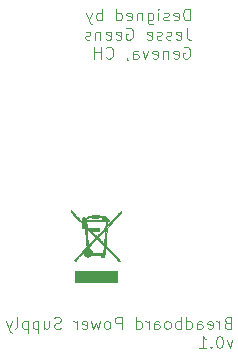
<source format=gbr>
%TF.GenerationSoftware,KiCad,Pcbnew,8.0.9-1.fc41*%
%TF.CreationDate,2025-04-27T16:21:27+02:00*%
%TF.ProjectId,Breadboard-PowerSupply,42726561-6462-46f6-9172-642d506f7765,rev?*%
%TF.SameCoordinates,Original*%
%TF.FileFunction,Legend,Bot*%
%TF.FilePolarity,Positive*%
%FSLAX46Y46*%
G04 Gerber Fmt 4.6, Leading zero omitted, Abs format (unit mm)*
G04 Created by KiCad (PCBNEW 8.0.9-1.fc41) date 2025-04-27 16:21:27*
%MOMM*%
%LPD*%
G01*
G04 APERTURE LIST*
%ADD10C,0.100000*%
%ADD11C,0.010000*%
G04 APERTURE END LIST*
D10*
X70862782Y-103238665D02*
X70719925Y-103286284D01*
X70719925Y-103286284D02*
X70672306Y-103333903D01*
X70672306Y-103333903D02*
X70624687Y-103429141D01*
X70624687Y-103429141D02*
X70624687Y-103571998D01*
X70624687Y-103571998D02*
X70672306Y-103667236D01*
X70672306Y-103667236D02*
X70719925Y-103714856D01*
X70719925Y-103714856D02*
X70815163Y-103762475D01*
X70815163Y-103762475D02*
X71196115Y-103762475D01*
X71196115Y-103762475D02*
X71196115Y-102762475D01*
X71196115Y-102762475D02*
X70862782Y-102762475D01*
X70862782Y-102762475D02*
X70767544Y-102810094D01*
X70767544Y-102810094D02*
X70719925Y-102857713D01*
X70719925Y-102857713D02*
X70672306Y-102952951D01*
X70672306Y-102952951D02*
X70672306Y-103048189D01*
X70672306Y-103048189D02*
X70719925Y-103143427D01*
X70719925Y-103143427D02*
X70767544Y-103191046D01*
X70767544Y-103191046D02*
X70862782Y-103238665D01*
X70862782Y-103238665D02*
X71196115Y-103238665D01*
X70196115Y-103762475D02*
X70196115Y-103095808D01*
X70196115Y-103286284D02*
X70148496Y-103191046D01*
X70148496Y-103191046D02*
X70100877Y-103143427D01*
X70100877Y-103143427D02*
X70005639Y-103095808D01*
X70005639Y-103095808D02*
X69910401Y-103095808D01*
X69196115Y-103714856D02*
X69291353Y-103762475D01*
X69291353Y-103762475D02*
X69481829Y-103762475D01*
X69481829Y-103762475D02*
X69577067Y-103714856D01*
X69577067Y-103714856D02*
X69624686Y-103619617D01*
X69624686Y-103619617D02*
X69624686Y-103238665D01*
X69624686Y-103238665D02*
X69577067Y-103143427D01*
X69577067Y-103143427D02*
X69481829Y-103095808D01*
X69481829Y-103095808D02*
X69291353Y-103095808D01*
X69291353Y-103095808D02*
X69196115Y-103143427D01*
X69196115Y-103143427D02*
X69148496Y-103238665D01*
X69148496Y-103238665D02*
X69148496Y-103333903D01*
X69148496Y-103333903D02*
X69624686Y-103429141D01*
X68291353Y-103762475D02*
X68291353Y-103238665D01*
X68291353Y-103238665D02*
X68338972Y-103143427D01*
X68338972Y-103143427D02*
X68434210Y-103095808D01*
X68434210Y-103095808D02*
X68624686Y-103095808D01*
X68624686Y-103095808D02*
X68719924Y-103143427D01*
X68291353Y-103714856D02*
X68386591Y-103762475D01*
X68386591Y-103762475D02*
X68624686Y-103762475D01*
X68624686Y-103762475D02*
X68719924Y-103714856D01*
X68719924Y-103714856D02*
X68767543Y-103619617D01*
X68767543Y-103619617D02*
X68767543Y-103524379D01*
X68767543Y-103524379D02*
X68719924Y-103429141D01*
X68719924Y-103429141D02*
X68624686Y-103381522D01*
X68624686Y-103381522D02*
X68386591Y-103381522D01*
X68386591Y-103381522D02*
X68291353Y-103333903D01*
X67386591Y-103762475D02*
X67386591Y-102762475D01*
X67386591Y-103714856D02*
X67481829Y-103762475D01*
X67481829Y-103762475D02*
X67672305Y-103762475D01*
X67672305Y-103762475D02*
X67767543Y-103714856D01*
X67767543Y-103714856D02*
X67815162Y-103667236D01*
X67815162Y-103667236D02*
X67862781Y-103571998D01*
X67862781Y-103571998D02*
X67862781Y-103286284D01*
X67862781Y-103286284D02*
X67815162Y-103191046D01*
X67815162Y-103191046D02*
X67767543Y-103143427D01*
X67767543Y-103143427D02*
X67672305Y-103095808D01*
X67672305Y-103095808D02*
X67481829Y-103095808D01*
X67481829Y-103095808D02*
X67386591Y-103143427D01*
X66910400Y-103762475D02*
X66910400Y-102762475D01*
X66910400Y-103143427D02*
X66815162Y-103095808D01*
X66815162Y-103095808D02*
X66624686Y-103095808D01*
X66624686Y-103095808D02*
X66529448Y-103143427D01*
X66529448Y-103143427D02*
X66481829Y-103191046D01*
X66481829Y-103191046D02*
X66434210Y-103286284D01*
X66434210Y-103286284D02*
X66434210Y-103571998D01*
X66434210Y-103571998D02*
X66481829Y-103667236D01*
X66481829Y-103667236D02*
X66529448Y-103714856D01*
X66529448Y-103714856D02*
X66624686Y-103762475D01*
X66624686Y-103762475D02*
X66815162Y-103762475D01*
X66815162Y-103762475D02*
X66910400Y-103714856D01*
X65862781Y-103762475D02*
X65958019Y-103714856D01*
X65958019Y-103714856D02*
X66005638Y-103667236D01*
X66005638Y-103667236D02*
X66053257Y-103571998D01*
X66053257Y-103571998D02*
X66053257Y-103286284D01*
X66053257Y-103286284D02*
X66005638Y-103191046D01*
X66005638Y-103191046D02*
X65958019Y-103143427D01*
X65958019Y-103143427D02*
X65862781Y-103095808D01*
X65862781Y-103095808D02*
X65719924Y-103095808D01*
X65719924Y-103095808D02*
X65624686Y-103143427D01*
X65624686Y-103143427D02*
X65577067Y-103191046D01*
X65577067Y-103191046D02*
X65529448Y-103286284D01*
X65529448Y-103286284D02*
X65529448Y-103571998D01*
X65529448Y-103571998D02*
X65577067Y-103667236D01*
X65577067Y-103667236D02*
X65624686Y-103714856D01*
X65624686Y-103714856D02*
X65719924Y-103762475D01*
X65719924Y-103762475D02*
X65862781Y-103762475D01*
X64672305Y-103762475D02*
X64672305Y-103238665D01*
X64672305Y-103238665D02*
X64719924Y-103143427D01*
X64719924Y-103143427D02*
X64815162Y-103095808D01*
X64815162Y-103095808D02*
X65005638Y-103095808D01*
X65005638Y-103095808D02*
X65100876Y-103143427D01*
X64672305Y-103714856D02*
X64767543Y-103762475D01*
X64767543Y-103762475D02*
X65005638Y-103762475D01*
X65005638Y-103762475D02*
X65100876Y-103714856D01*
X65100876Y-103714856D02*
X65148495Y-103619617D01*
X65148495Y-103619617D02*
X65148495Y-103524379D01*
X65148495Y-103524379D02*
X65100876Y-103429141D01*
X65100876Y-103429141D02*
X65005638Y-103381522D01*
X65005638Y-103381522D02*
X64767543Y-103381522D01*
X64767543Y-103381522D02*
X64672305Y-103333903D01*
X64196114Y-103762475D02*
X64196114Y-103095808D01*
X64196114Y-103286284D02*
X64148495Y-103191046D01*
X64148495Y-103191046D02*
X64100876Y-103143427D01*
X64100876Y-103143427D02*
X64005638Y-103095808D01*
X64005638Y-103095808D02*
X63910400Y-103095808D01*
X63148495Y-103762475D02*
X63148495Y-102762475D01*
X63148495Y-103714856D02*
X63243733Y-103762475D01*
X63243733Y-103762475D02*
X63434209Y-103762475D01*
X63434209Y-103762475D02*
X63529447Y-103714856D01*
X63529447Y-103714856D02*
X63577066Y-103667236D01*
X63577066Y-103667236D02*
X63624685Y-103571998D01*
X63624685Y-103571998D02*
X63624685Y-103286284D01*
X63624685Y-103286284D02*
X63577066Y-103191046D01*
X63577066Y-103191046D02*
X63529447Y-103143427D01*
X63529447Y-103143427D02*
X63434209Y-103095808D01*
X63434209Y-103095808D02*
X63243733Y-103095808D01*
X63243733Y-103095808D02*
X63148495Y-103143427D01*
X61910399Y-103762475D02*
X61910399Y-102762475D01*
X61910399Y-102762475D02*
X61529447Y-102762475D01*
X61529447Y-102762475D02*
X61434209Y-102810094D01*
X61434209Y-102810094D02*
X61386590Y-102857713D01*
X61386590Y-102857713D02*
X61338971Y-102952951D01*
X61338971Y-102952951D02*
X61338971Y-103095808D01*
X61338971Y-103095808D02*
X61386590Y-103191046D01*
X61386590Y-103191046D02*
X61434209Y-103238665D01*
X61434209Y-103238665D02*
X61529447Y-103286284D01*
X61529447Y-103286284D02*
X61910399Y-103286284D01*
X60767542Y-103762475D02*
X60862780Y-103714856D01*
X60862780Y-103714856D02*
X60910399Y-103667236D01*
X60910399Y-103667236D02*
X60958018Y-103571998D01*
X60958018Y-103571998D02*
X60958018Y-103286284D01*
X60958018Y-103286284D02*
X60910399Y-103191046D01*
X60910399Y-103191046D02*
X60862780Y-103143427D01*
X60862780Y-103143427D02*
X60767542Y-103095808D01*
X60767542Y-103095808D02*
X60624685Y-103095808D01*
X60624685Y-103095808D02*
X60529447Y-103143427D01*
X60529447Y-103143427D02*
X60481828Y-103191046D01*
X60481828Y-103191046D02*
X60434209Y-103286284D01*
X60434209Y-103286284D02*
X60434209Y-103571998D01*
X60434209Y-103571998D02*
X60481828Y-103667236D01*
X60481828Y-103667236D02*
X60529447Y-103714856D01*
X60529447Y-103714856D02*
X60624685Y-103762475D01*
X60624685Y-103762475D02*
X60767542Y-103762475D01*
X60100875Y-103095808D02*
X59910399Y-103762475D01*
X59910399Y-103762475D02*
X59719923Y-103286284D01*
X59719923Y-103286284D02*
X59529447Y-103762475D01*
X59529447Y-103762475D02*
X59338971Y-103095808D01*
X58577066Y-103714856D02*
X58672304Y-103762475D01*
X58672304Y-103762475D02*
X58862780Y-103762475D01*
X58862780Y-103762475D02*
X58958018Y-103714856D01*
X58958018Y-103714856D02*
X59005637Y-103619617D01*
X59005637Y-103619617D02*
X59005637Y-103238665D01*
X59005637Y-103238665D02*
X58958018Y-103143427D01*
X58958018Y-103143427D02*
X58862780Y-103095808D01*
X58862780Y-103095808D02*
X58672304Y-103095808D01*
X58672304Y-103095808D02*
X58577066Y-103143427D01*
X58577066Y-103143427D02*
X58529447Y-103238665D01*
X58529447Y-103238665D02*
X58529447Y-103333903D01*
X58529447Y-103333903D02*
X59005637Y-103429141D01*
X58100875Y-103762475D02*
X58100875Y-103095808D01*
X58100875Y-103286284D02*
X58053256Y-103191046D01*
X58053256Y-103191046D02*
X58005637Y-103143427D01*
X58005637Y-103143427D02*
X57910399Y-103095808D01*
X57910399Y-103095808D02*
X57815161Y-103095808D01*
X56767541Y-103714856D02*
X56624684Y-103762475D01*
X56624684Y-103762475D02*
X56386589Y-103762475D01*
X56386589Y-103762475D02*
X56291351Y-103714856D01*
X56291351Y-103714856D02*
X56243732Y-103667236D01*
X56243732Y-103667236D02*
X56196113Y-103571998D01*
X56196113Y-103571998D02*
X56196113Y-103476760D01*
X56196113Y-103476760D02*
X56243732Y-103381522D01*
X56243732Y-103381522D02*
X56291351Y-103333903D01*
X56291351Y-103333903D02*
X56386589Y-103286284D01*
X56386589Y-103286284D02*
X56577065Y-103238665D01*
X56577065Y-103238665D02*
X56672303Y-103191046D01*
X56672303Y-103191046D02*
X56719922Y-103143427D01*
X56719922Y-103143427D02*
X56767541Y-103048189D01*
X56767541Y-103048189D02*
X56767541Y-102952951D01*
X56767541Y-102952951D02*
X56719922Y-102857713D01*
X56719922Y-102857713D02*
X56672303Y-102810094D01*
X56672303Y-102810094D02*
X56577065Y-102762475D01*
X56577065Y-102762475D02*
X56338970Y-102762475D01*
X56338970Y-102762475D02*
X56196113Y-102810094D01*
X55338970Y-103095808D02*
X55338970Y-103762475D01*
X55767541Y-103095808D02*
X55767541Y-103619617D01*
X55767541Y-103619617D02*
X55719922Y-103714856D01*
X55719922Y-103714856D02*
X55624684Y-103762475D01*
X55624684Y-103762475D02*
X55481827Y-103762475D01*
X55481827Y-103762475D02*
X55386589Y-103714856D01*
X55386589Y-103714856D02*
X55338970Y-103667236D01*
X54862779Y-103095808D02*
X54862779Y-104095808D01*
X54862779Y-103143427D02*
X54767541Y-103095808D01*
X54767541Y-103095808D02*
X54577065Y-103095808D01*
X54577065Y-103095808D02*
X54481827Y-103143427D01*
X54481827Y-103143427D02*
X54434208Y-103191046D01*
X54434208Y-103191046D02*
X54386589Y-103286284D01*
X54386589Y-103286284D02*
X54386589Y-103571998D01*
X54386589Y-103571998D02*
X54434208Y-103667236D01*
X54434208Y-103667236D02*
X54481827Y-103714856D01*
X54481827Y-103714856D02*
X54577065Y-103762475D01*
X54577065Y-103762475D02*
X54767541Y-103762475D01*
X54767541Y-103762475D02*
X54862779Y-103714856D01*
X53958017Y-103095808D02*
X53958017Y-104095808D01*
X53958017Y-103143427D02*
X53862779Y-103095808D01*
X53862779Y-103095808D02*
X53672303Y-103095808D01*
X53672303Y-103095808D02*
X53577065Y-103143427D01*
X53577065Y-103143427D02*
X53529446Y-103191046D01*
X53529446Y-103191046D02*
X53481827Y-103286284D01*
X53481827Y-103286284D02*
X53481827Y-103571998D01*
X53481827Y-103571998D02*
X53529446Y-103667236D01*
X53529446Y-103667236D02*
X53577065Y-103714856D01*
X53577065Y-103714856D02*
X53672303Y-103762475D01*
X53672303Y-103762475D02*
X53862779Y-103762475D01*
X53862779Y-103762475D02*
X53958017Y-103714856D01*
X52910398Y-103762475D02*
X53005636Y-103714856D01*
X53005636Y-103714856D02*
X53053255Y-103619617D01*
X53053255Y-103619617D02*
X53053255Y-102762475D01*
X52624683Y-103095808D02*
X52386588Y-103762475D01*
X52148493Y-103095808D02*
X52386588Y-103762475D01*
X52386588Y-103762475D02*
X52481826Y-104000570D01*
X52481826Y-104000570D02*
X52529445Y-104048189D01*
X52529445Y-104048189D02*
X52624683Y-104095808D01*
X71291353Y-104705752D02*
X71053258Y-105372419D01*
X71053258Y-105372419D02*
X70815163Y-104705752D01*
X70243734Y-104372419D02*
X70148496Y-104372419D01*
X70148496Y-104372419D02*
X70053258Y-104420038D01*
X70053258Y-104420038D02*
X70005639Y-104467657D01*
X70005639Y-104467657D02*
X69958020Y-104562895D01*
X69958020Y-104562895D02*
X69910401Y-104753371D01*
X69910401Y-104753371D02*
X69910401Y-104991466D01*
X69910401Y-104991466D02*
X69958020Y-105181942D01*
X69958020Y-105181942D02*
X70005639Y-105277180D01*
X70005639Y-105277180D02*
X70053258Y-105324800D01*
X70053258Y-105324800D02*
X70148496Y-105372419D01*
X70148496Y-105372419D02*
X70243734Y-105372419D01*
X70243734Y-105372419D02*
X70338972Y-105324800D01*
X70338972Y-105324800D02*
X70386591Y-105277180D01*
X70386591Y-105277180D02*
X70434210Y-105181942D01*
X70434210Y-105181942D02*
X70481829Y-104991466D01*
X70481829Y-104991466D02*
X70481829Y-104753371D01*
X70481829Y-104753371D02*
X70434210Y-104562895D01*
X70434210Y-104562895D02*
X70386591Y-104467657D01*
X70386591Y-104467657D02*
X70338972Y-104420038D01*
X70338972Y-104420038D02*
X70243734Y-104372419D01*
X69481829Y-105277180D02*
X69434210Y-105324800D01*
X69434210Y-105324800D02*
X69481829Y-105372419D01*
X69481829Y-105372419D02*
X69529448Y-105324800D01*
X69529448Y-105324800D02*
X69481829Y-105277180D01*
X69481829Y-105277180D02*
X69481829Y-105372419D01*
X68481830Y-105372419D02*
X69053258Y-105372419D01*
X68767544Y-105372419D02*
X68767544Y-104372419D01*
X68767544Y-104372419D02*
X68862782Y-104515276D01*
X68862782Y-104515276D02*
X68958020Y-104610514D01*
X68958020Y-104610514D02*
X69053258Y-104658133D01*
X67696115Y-77652531D02*
X67696115Y-76652531D01*
X67696115Y-76652531D02*
X67458020Y-76652531D01*
X67458020Y-76652531D02*
X67315163Y-76700150D01*
X67315163Y-76700150D02*
X67219925Y-76795388D01*
X67219925Y-76795388D02*
X67172306Y-76890626D01*
X67172306Y-76890626D02*
X67124687Y-77081102D01*
X67124687Y-77081102D02*
X67124687Y-77223959D01*
X67124687Y-77223959D02*
X67172306Y-77414435D01*
X67172306Y-77414435D02*
X67219925Y-77509673D01*
X67219925Y-77509673D02*
X67315163Y-77604912D01*
X67315163Y-77604912D02*
X67458020Y-77652531D01*
X67458020Y-77652531D02*
X67696115Y-77652531D01*
X66315163Y-77604912D02*
X66410401Y-77652531D01*
X66410401Y-77652531D02*
X66600877Y-77652531D01*
X66600877Y-77652531D02*
X66696115Y-77604912D01*
X66696115Y-77604912D02*
X66743734Y-77509673D01*
X66743734Y-77509673D02*
X66743734Y-77128721D01*
X66743734Y-77128721D02*
X66696115Y-77033483D01*
X66696115Y-77033483D02*
X66600877Y-76985864D01*
X66600877Y-76985864D02*
X66410401Y-76985864D01*
X66410401Y-76985864D02*
X66315163Y-77033483D01*
X66315163Y-77033483D02*
X66267544Y-77128721D01*
X66267544Y-77128721D02*
X66267544Y-77223959D01*
X66267544Y-77223959D02*
X66743734Y-77319197D01*
X65886591Y-77604912D02*
X65791353Y-77652531D01*
X65791353Y-77652531D02*
X65600877Y-77652531D01*
X65600877Y-77652531D02*
X65505639Y-77604912D01*
X65505639Y-77604912D02*
X65458020Y-77509673D01*
X65458020Y-77509673D02*
X65458020Y-77462054D01*
X65458020Y-77462054D02*
X65505639Y-77366816D01*
X65505639Y-77366816D02*
X65600877Y-77319197D01*
X65600877Y-77319197D02*
X65743734Y-77319197D01*
X65743734Y-77319197D02*
X65838972Y-77271578D01*
X65838972Y-77271578D02*
X65886591Y-77176340D01*
X65886591Y-77176340D02*
X65886591Y-77128721D01*
X65886591Y-77128721D02*
X65838972Y-77033483D01*
X65838972Y-77033483D02*
X65743734Y-76985864D01*
X65743734Y-76985864D02*
X65600877Y-76985864D01*
X65600877Y-76985864D02*
X65505639Y-77033483D01*
X65029448Y-77652531D02*
X65029448Y-76985864D01*
X65029448Y-76652531D02*
X65077067Y-76700150D01*
X65077067Y-76700150D02*
X65029448Y-76747769D01*
X65029448Y-76747769D02*
X64981829Y-76700150D01*
X64981829Y-76700150D02*
X65029448Y-76652531D01*
X65029448Y-76652531D02*
X65029448Y-76747769D01*
X64124687Y-76985864D02*
X64124687Y-77795388D01*
X64124687Y-77795388D02*
X64172306Y-77890626D01*
X64172306Y-77890626D02*
X64219925Y-77938245D01*
X64219925Y-77938245D02*
X64315163Y-77985864D01*
X64315163Y-77985864D02*
X64458020Y-77985864D01*
X64458020Y-77985864D02*
X64553258Y-77938245D01*
X64124687Y-77604912D02*
X64219925Y-77652531D01*
X64219925Y-77652531D02*
X64410401Y-77652531D01*
X64410401Y-77652531D02*
X64505639Y-77604912D01*
X64505639Y-77604912D02*
X64553258Y-77557292D01*
X64553258Y-77557292D02*
X64600877Y-77462054D01*
X64600877Y-77462054D02*
X64600877Y-77176340D01*
X64600877Y-77176340D02*
X64553258Y-77081102D01*
X64553258Y-77081102D02*
X64505639Y-77033483D01*
X64505639Y-77033483D02*
X64410401Y-76985864D01*
X64410401Y-76985864D02*
X64219925Y-76985864D01*
X64219925Y-76985864D02*
X64124687Y-77033483D01*
X63648496Y-76985864D02*
X63648496Y-77652531D01*
X63648496Y-77081102D02*
X63600877Y-77033483D01*
X63600877Y-77033483D02*
X63505639Y-76985864D01*
X63505639Y-76985864D02*
X63362782Y-76985864D01*
X63362782Y-76985864D02*
X63267544Y-77033483D01*
X63267544Y-77033483D02*
X63219925Y-77128721D01*
X63219925Y-77128721D02*
X63219925Y-77652531D01*
X62362782Y-77604912D02*
X62458020Y-77652531D01*
X62458020Y-77652531D02*
X62648496Y-77652531D01*
X62648496Y-77652531D02*
X62743734Y-77604912D01*
X62743734Y-77604912D02*
X62791353Y-77509673D01*
X62791353Y-77509673D02*
X62791353Y-77128721D01*
X62791353Y-77128721D02*
X62743734Y-77033483D01*
X62743734Y-77033483D02*
X62648496Y-76985864D01*
X62648496Y-76985864D02*
X62458020Y-76985864D01*
X62458020Y-76985864D02*
X62362782Y-77033483D01*
X62362782Y-77033483D02*
X62315163Y-77128721D01*
X62315163Y-77128721D02*
X62315163Y-77223959D01*
X62315163Y-77223959D02*
X62791353Y-77319197D01*
X61458020Y-77652531D02*
X61458020Y-76652531D01*
X61458020Y-77604912D02*
X61553258Y-77652531D01*
X61553258Y-77652531D02*
X61743734Y-77652531D01*
X61743734Y-77652531D02*
X61838972Y-77604912D01*
X61838972Y-77604912D02*
X61886591Y-77557292D01*
X61886591Y-77557292D02*
X61934210Y-77462054D01*
X61934210Y-77462054D02*
X61934210Y-77176340D01*
X61934210Y-77176340D02*
X61886591Y-77081102D01*
X61886591Y-77081102D02*
X61838972Y-77033483D01*
X61838972Y-77033483D02*
X61743734Y-76985864D01*
X61743734Y-76985864D02*
X61553258Y-76985864D01*
X61553258Y-76985864D02*
X61458020Y-77033483D01*
X60219924Y-77652531D02*
X60219924Y-76652531D01*
X60219924Y-77033483D02*
X60124686Y-76985864D01*
X60124686Y-76985864D02*
X59934210Y-76985864D01*
X59934210Y-76985864D02*
X59838972Y-77033483D01*
X59838972Y-77033483D02*
X59791353Y-77081102D01*
X59791353Y-77081102D02*
X59743734Y-77176340D01*
X59743734Y-77176340D02*
X59743734Y-77462054D01*
X59743734Y-77462054D02*
X59791353Y-77557292D01*
X59791353Y-77557292D02*
X59838972Y-77604912D01*
X59838972Y-77604912D02*
X59934210Y-77652531D01*
X59934210Y-77652531D02*
X60124686Y-77652531D01*
X60124686Y-77652531D02*
X60219924Y-77604912D01*
X59410400Y-76985864D02*
X59172305Y-77652531D01*
X58934210Y-76985864D02*
X59172305Y-77652531D01*
X59172305Y-77652531D02*
X59267543Y-77890626D01*
X59267543Y-77890626D02*
X59315162Y-77938245D01*
X59315162Y-77938245D02*
X59410400Y-77985864D01*
X67410401Y-78262475D02*
X67410401Y-78976760D01*
X67410401Y-78976760D02*
X67458020Y-79119617D01*
X67458020Y-79119617D02*
X67553258Y-79214856D01*
X67553258Y-79214856D02*
X67696115Y-79262475D01*
X67696115Y-79262475D02*
X67791353Y-79262475D01*
X66553258Y-79214856D02*
X66648496Y-79262475D01*
X66648496Y-79262475D02*
X66838972Y-79262475D01*
X66838972Y-79262475D02*
X66934210Y-79214856D01*
X66934210Y-79214856D02*
X66981829Y-79119617D01*
X66981829Y-79119617D02*
X66981829Y-78738665D01*
X66981829Y-78738665D02*
X66934210Y-78643427D01*
X66934210Y-78643427D02*
X66838972Y-78595808D01*
X66838972Y-78595808D02*
X66648496Y-78595808D01*
X66648496Y-78595808D02*
X66553258Y-78643427D01*
X66553258Y-78643427D02*
X66505639Y-78738665D01*
X66505639Y-78738665D02*
X66505639Y-78833903D01*
X66505639Y-78833903D02*
X66981829Y-78929141D01*
X66124686Y-79214856D02*
X66029448Y-79262475D01*
X66029448Y-79262475D02*
X65838972Y-79262475D01*
X65838972Y-79262475D02*
X65743734Y-79214856D01*
X65743734Y-79214856D02*
X65696115Y-79119617D01*
X65696115Y-79119617D02*
X65696115Y-79071998D01*
X65696115Y-79071998D02*
X65743734Y-78976760D01*
X65743734Y-78976760D02*
X65838972Y-78929141D01*
X65838972Y-78929141D02*
X65981829Y-78929141D01*
X65981829Y-78929141D02*
X66077067Y-78881522D01*
X66077067Y-78881522D02*
X66124686Y-78786284D01*
X66124686Y-78786284D02*
X66124686Y-78738665D01*
X66124686Y-78738665D02*
X66077067Y-78643427D01*
X66077067Y-78643427D02*
X65981829Y-78595808D01*
X65981829Y-78595808D02*
X65838972Y-78595808D01*
X65838972Y-78595808D02*
X65743734Y-78643427D01*
X65315162Y-79214856D02*
X65219924Y-79262475D01*
X65219924Y-79262475D02*
X65029448Y-79262475D01*
X65029448Y-79262475D02*
X64934210Y-79214856D01*
X64934210Y-79214856D02*
X64886591Y-79119617D01*
X64886591Y-79119617D02*
X64886591Y-79071998D01*
X64886591Y-79071998D02*
X64934210Y-78976760D01*
X64934210Y-78976760D02*
X65029448Y-78929141D01*
X65029448Y-78929141D02*
X65172305Y-78929141D01*
X65172305Y-78929141D02*
X65267543Y-78881522D01*
X65267543Y-78881522D02*
X65315162Y-78786284D01*
X65315162Y-78786284D02*
X65315162Y-78738665D01*
X65315162Y-78738665D02*
X65267543Y-78643427D01*
X65267543Y-78643427D02*
X65172305Y-78595808D01*
X65172305Y-78595808D02*
X65029448Y-78595808D01*
X65029448Y-78595808D02*
X64934210Y-78643427D01*
X64077067Y-79214856D02*
X64172305Y-79262475D01*
X64172305Y-79262475D02*
X64362781Y-79262475D01*
X64362781Y-79262475D02*
X64458019Y-79214856D01*
X64458019Y-79214856D02*
X64505638Y-79119617D01*
X64505638Y-79119617D02*
X64505638Y-78738665D01*
X64505638Y-78738665D02*
X64458019Y-78643427D01*
X64458019Y-78643427D02*
X64362781Y-78595808D01*
X64362781Y-78595808D02*
X64172305Y-78595808D01*
X64172305Y-78595808D02*
X64077067Y-78643427D01*
X64077067Y-78643427D02*
X64029448Y-78738665D01*
X64029448Y-78738665D02*
X64029448Y-78833903D01*
X64029448Y-78833903D02*
X64505638Y-78929141D01*
X62315162Y-78310094D02*
X62410400Y-78262475D01*
X62410400Y-78262475D02*
X62553257Y-78262475D01*
X62553257Y-78262475D02*
X62696114Y-78310094D01*
X62696114Y-78310094D02*
X62791352Y-78405332D01*
X62791352Y-78405332D02*
X62838971Y-78500570D01*
X62838971Y-78500570D02*
X62886590Y-78691046D01*
X62886590Y-78691046D02*
X62886590Y-78833903D01*
X62886590Y-78833903D02*
X62838971Y-79024379D01*
X62838971Y-79024379D02*
X62791352Y-79119617D01*
X62791352Y-79119617D02*
X62696114Y-79214856D01*
X62696114Y-79214856D02*
X62553257Y-79262475D01*
X62553257Y-79262475D02*
X62458019Y-79262475D01*
X62458019Y-79262475D02*
X62315162Y-79214856D01*
X62315162Y-79214856D02*
X62267543Y-79167236D01*
X62267543Y-79167236D02*
X62267543Y-78833903D01*
X62267543Y-78833903D02*
X62458019Y-78833903D01*
X61458019Y-79214856D02*
X61553257Y-79262475D01*
X61553257Y-79262475D02*
X61743733Y-79262475D01*
X61743733Y-79262475D02*
X61838971Y-79214856D01*
X61838971Y-79214856D02*
X61886590Y-79119617D01*
X61886590Y-79119617D02*
X61886590Y-78738665D01*
X61886590Y-78738665D02*
X61838971Y-78643427D01*
X61838971Y-78643427D02*
X61743733Y-78595808D01*
X61743733Y-78595808D02*
X61553257Y-78595808D01*
X61553257Y-78595808D02*
X61458019Y-78643427D01*
X61458019Y-78643427D02*
X61410400Y-78738665D01*
X61410400Y-78738665D02*
X61410400Y-78833903D01*
X61410400Y-78833903D02*
X61886590Y-78929141D01*
X60600876Y-79214856D02*
X60696114Y-79262475D01*
X60696114Y-79262475D02*
X60886590Y-79262475D01*
X60886590Y-79262475D02*
X60981828Y-79214856D01*
X60981828Y-79214856D02*
X61029447Y-79119617D01*
X61029447Y-79119617D02*
X61029447Y-78738665D01*
X61029447Y-78738665D02*
X60981828Y-78643427D01*
X60981828Y-78643427D02*
X60886590Y-78595808D01*
X60886590Y-78595808D02*
X60696114Y-78595808D01*
X60696114Y-78595808D02*
X60600876Y-78643427D01*
X60600876Y-78643427D02*
X60553257Y-78738665D01*
X60553257Y-78738665D02*
X60553257Y-78833903D01*
X60553257Y-78833903D02*
X61029447Y-78929141D01*
X60124685Y-78595808D02*
X60124685Y-79262475D01*
X60124685Y-78691046D02*
X60077066Y-78643427D01*
X60077066Y-78643427D02*
X59981828Y-78595808D01*
X59981828Y-78595808D02*
X59838971Y-78595808D01*
X59838971Y-78595808D02*
X59743733Y-78643427D01*
X59743733Y-78643427D02*
X59696114Y-78738665D01*
X59696114Y-78738665D02*
X59696114Y-79262475D01*
X59267542Y-79214856D02*
X59172304Y-79262475D01*
X59172304Y-79262475D02*
X58981828Y-79262475D01*
X58981828Y-79262475D02*
X58886590Y-79214856D01*
X58886590Y-79214856D02*
X58838971Y-79119617D01*
X58838971Y-79119617D02*
X58838971Y-79071998D01*
X58838971Y-79071998D02*
X58886590Y-78976760D01*
X58886590Y-78976760D02*
X58981828Y-78929141D01*
X58981828Y-78929141D02*
X59124685Y-78929141D01*
X59124685Y-78929141D02*
X59219923Y-78881522D01*
X59219923Y-78881522D02*
X59267542Y-78786284D01*
X59267542Y-78786284D02*
X59267542Y-78738665D01*
X59267542Y-78738665D02*
X59219923Y-78643427D01*
X59219923Y-78643427D02*
X59124685Y-78595808D01*
X59124685Y-78595808D02*
X58981828Y-78595808D01*
X58981828Y-78595808D02*
X58886590Y-78643427D01*
X67172306Y-79920038D02*
X67267544Y-79872419D01*
X67267544Y-79872419D02*
X67410401Y-79872419D01*
X67410401Y-79872419D02*
X67553258Y-79920038D01*
X67553258Y-79920038D02*
X67648496Y-80015276D01*
X67648496Y-80015276D02*
X67696115Y-80110514D01*
X67696115Y-80110514D02*
X67743734Y-80300990D01*
X67743734Y-80300990D02*
X67743734Y-80443847D01*
X67743734Y-80443847D02*
X67696115Y-80634323D01*
X67696115Y-80634323D02*
X67648496Y-80729561D01*
X67648496Y-80729561D02*
X67553258Y-80824800D01*
X67553258Y-80824800D02*
X67410401Y-80872419D01*
X67410401Y-80872419D02*
X67315163Y-80872419D01*
X67315163Y-80872419D02*
X67172306Y-80824800D01*
X67172306Y-80824800D02*
X67124687Y-80777180D01*
X67124687Y-80777180D02*
X67124687Y-80443847D01*
X67124687Y-80443847D02*
X67315163Y-80443847D01*
X66315163Y-80824800D02*
X66410401Y-80872419D01*
X66410401Y-80872419D02*
X66600877Y-80872419D01*
X66600877Y-80872419D02*
X66696115Y-80824800D01*
X66696115Y-80824800D02*
X66743734Y-80729561D01*
X66743734Y-80729561D02*
X66743734Y-80348609D01*
X66743734Y-80348609D02*
X66696115Y-80253371D01*
X66696115Y-80253371D02*
X66600877Y-80205752D01*
X66600877Y-80205752D02*
X66410401Y-80205752D01*
X66410401Y-80205752D02*
X66315163Y-80253371D01*
X66315163Y-80253371D02*
X66267544Y-80348609D01*
X66267544Y-80348609D02*
X66267544Y-80443847D01*
X66267544Y-80443847D02*
X66743734Y-80539085D01*
X65838972Y-80205752D02*
X65838972Y-80872419D01*
X65838972Y-80300990D02*
X65791353Y-80253371D01*
X65791353Y-80253371D02*
X65696115Y-80205752D01*
X65696115Y-80205752D02*
X65553258Y-80205752D01*
X65553258Y-80205752D02*
X65458020Y-80253371D01*
X65458020Y-80253371D02*
X65410401Y-80348609D01*
X65410401Y-80348609D02*
X65410401Y-80872419D01*
X64553258Y-80824800D02*
X64648496Y-80872419D01*
X64648496Y-80872419D02*
X64838972Y-80872419D01*
X64838972Y-80872419D02*
X64934210Y-80824800D01*
X64934210Y-80824800D02*
X64981829Y-80729561D01*
X64981829Y-80729561D02*
X64981829Y-80348609D01*
X64981829Y-80348609D02*
X64934210Y-80253371D01*
X64934210Y-80253371D02*
X64838972Y-80205752D01*
X64838972Y-80205752D02*
X64648496Y-80205752D01*
X64648496Y-80205752D02*
X64553258Y-80253371D01*
X64553258Y-80253371D02*
X64505639Y-80348609D01*
X64505639Y-80348609D02*
X64505639Y-80443847D01*
X64505639Y-80443847D02*
X64981829Y-80539085D01*
X64172305Y-80205752D02*
X63934210Y-80872419D01*
X63934210Y-80872419D02*
X63696115Y-80205752D01*
X62886591Y-80872419D02*
X62886591Y-80348609D01*
X62886591Y-80348609D02*
X62934210Y-80253371D01*
X62934210Y-80253371D02*
X63029448Y-80205752D01*
X63029448Y-80205752D02*
X63219924Y-80205752D01*
X63219924Y-80205752D02*
X63315162Y-80253371D01*
X62886591Y-80824800D02*
X62981829Y-80872419D01*
X62981829Y-80872419D02*
X63219924Y-80872419D01*
X63219924Y-80872419D02*
X63315162Y-80824800D01*
X63315162Y-80824800D02*
X63362781Y-80729561D01*
X63362781Y-80729561D02*
X63362781Y-80634323D01*
X63362781Y-80634323D02*
X63315162Y-80539085D01*
X63315162Y-80539085D02*
X63219924Y-80491466D01*
X63219924Y-80491466D02*
X62981829Y-80491466D01*
X62981829Y-80491466D02*
X62886591Y-80443847D01*
X62362781Y-80824800D02*
X62362781Y-80872419D01*
X62362781Y-80872419D02*
X62410400Y-80967657D01*
X62410400Y-80967657D02*
X62458019Y-81015276D01*
X60600877Y-80777180D02*
X60648496Y-80824800D01*
X60648496Y-80824800D02*
X60791353Y-80872419D01*
X60791353Y-80872419D02*
X60886591Y-80872419D01*
X60886591Y-80872419D02*
X61029448Y-80824800D01*
X61029448Y-80824800D02*
X61124686Y-80729561D01*
X61124686Y-80729561D02*
X61172305Y-80634323D01*
X61172305Y-80634323D02*
X61219924Y-80443847D01*
X61219924Y-80443847D02*
X61219924Y-80300990D01*
X61219924Y-80300990D02*
X61172305Y-80110514D01*
X61172305Y-80110514D02*
X61124686Y-80015276D01*
X61124686Y-80015276D02*
X61029448Y-79920038D01*
X61029448Y-79920038D02*
X60886591Y-79872419D01*
X60886591Y-79872419D02*
X60791353Y-79872419D01*
X60791353Y-79872419D02*
X60648496Y-79920038D01*
X60648496Y-79920038D02*
X60600877Y-79967657D01*
X60172305Y-80872419D02*
X60172305Y-79872419D01*
X60172305Y-80348609D02*
X59600877Y-80348609D01*
X59600877Y-80872419D02*
X59600877Y-79872419D01*
D11*
%TO.C,REF\u002A\u002A*%
X61522971Y-99767822D02*
X58002178Y-99767822D01*
X58002178Y-98900198D01*
X61522971Y-98900198D01*
X61522971Y-99767822D01*
G36*
X61522971Y-99767822D02*
G01*
X58002178Y-99767822D01*
X58002178Y-98900198D01*
X61522971Y-98900198D01*
X61522971Y-99767822D01*
G37*
X60491894Y-94225718D02*
X60492388Y-94238668D01*
X60498819Y-94260411D01*
X60517123Y-94278851D01*
X60552830Y-94300801D01*
X60584174Y-94320854D01*
X60631893Y-94359356D01*
X60675138Y-94402579D01*
X60708219Y-94444627D01*
X60725442Y-94479604D01*
X60729662Y-94493081D01*
X60737480Y-94502334D01*
X60740116Y-94505454D01*
X60761662Y-94510696D01*
X60801314Y-94511782D01*
X60869109Y-94511782D01*
X60869109Y-94624951D01*
X60709577Y-94624951D01*
X60694682Y-94802732D01*
X60692682Y-94827037D01*
X60688023Y-94887880D01*
X60684731Y-94937389D01*
X60683092Y-94970992D01*
X60683390Y-94984116D01*
X60687724Y-94980343D01*
X60707496Y-94960676D01*
X60741679Y-94925818D01*
X60788541Y-94877576D01*
X60846354Y-94817757D01*
X60913387Y-94748167D01*
X60987912Y-94670615D01*
X61068197Y-94586907D01*
X61152513Y-94498849D01*
X61239130Y-94408250D01*
X61326319Y-94316915D01*
X61412349Y-94226653D01*
X61495492Y-94139269D01*
X61574016Y-94056572D01*
X61646192Y-93980368D01*
X61710291Y-93912463D01*
X61764583Y-93854666D01*
X61861592Y-93751040D01*
X61862034Y-93839315D01*
X61862475Y-93927589D01*
X61261938Y-94559158D01*
X60661401Y-95190726D01*
X60649396Y-95334674D01*
X60601365Y-95910635D01*
X60592876Y-96012791D01*
X60582343Y-96140612D01*
X60572621Y-96259767D01*
X60563898Y-96367914D01*
X60556358Y-96462713D01*
X60550187Y-96541819D01*
X60545573Y-96602892D01*
X60542700Y-96643590D01*
X60541754Y-96661570D01*
X60544251Y-96669808D01*
X60555471Y-96687599D01*
X60576751Y-96714411D01*
X60587021Y-96726129D01*
X60609225Y-96751466D01*
X60654023Y-96799986D01*
X60712281Y-96861192D01*
X60785129Y-96936307D01*
X60873703Y-97026550D01*
X60979134Y-97133145D01*
X61048492Y-97203093D01*
X61145179Y-97300658D01*
X61241526Y-97397941D01*
X61334638Y-97492014D01*
X61421618Y-97579950D01*
X61499569Y-97658820D01*
X61565596Y-97725699D01*
X61616802Y-97777658D01*
X61817514Y-97981620D01*
X61781058Y-98019671D01*
X61772460Y-98028245D01*
X61747095Y-98049297D01*
X61729695Y-98057723D01*
X61716071Y-98050530D01*
X61690743Y-98028944D01*
X61660379Y-97997995D01*
X61641896Y-97978448D01*
X61607427Y-97942752D01*
X61558712Y-97892684D01*
X61497469Y-97830001D01*
X61425420Y-97756457D01*
X61344285Y-97673810D01*
X61255784Y-97583815D01*
X61161637Y-97488228D01*
X61063565Y-97388805D01*
X60521161Y-96839343D01*
X60499066Y-97124746D01*
X60494250Y-97185662D01*
X60487216Y-97267548D01*
X60480872Y-97329569D01*
X60474748Y-97374987D01*
X60468373Y-97407062D01*
X60461277Y-97429052D01*
X60452991Y-97444219D01*
X60441393Y-97465416D01*
X60431850Y-97504386D01*
X60429010Y-97560531D01*
X60429010Y-97642773D01*
X60202674Y-97642773D01*
X60202674Y-97466733D01*
X59357082Y-97466733D01*
X59308203Y-97522262D01*
X59294836Y-97536722D01*
X59222388Y-97594813D01*
X59140532Y-97630576D01*
X59051900Y-97642773D01*
X58973692Y-97636306D01*
X58885233Y-97609047D01*
X58809507Y-97560328D01*
X58794748Y-97546403D01*
X58757864Y-97501328D01*
X58725503Y-97448819D01*
X58702297Y-97397061D01*
X58692879Y-97354239D01*
X58692697Y-97348023D01*
X58691342Y-97325246D01*
X58687800Y-97309513D01*
X58680390Y-97302068D01*
X58667431Y-97304156D01*
X58647243Y-97317020D01*
X58618145Y-97341905D01*
X58578456Y-97380053D01*
X58526496Y-97432710D01*
X58460584Y-97501119D01*
X58379040Y-97586524D01*
X58335604Y-97632112D01*
X58263000Y-97708441D01*
X58194309Y-97780808D01*
X58132223Y-97846366D01*
X58079434Y-97902274D01*
X58038634Y-97945686D01*
X58012515Y-97973758D01*
X57941119Y-98051436D01*
X57852863Y-97963416D01*
X58398690Y-97391287D01*
X58433105Y-97355188D01*
X58555546Y-97226272D01*
X58660651Y-97114754D01*
X58748736Y-97020288D01*
X58820116Y-96942529D01*
X58870588Y-96886174D01*
X59077247Y-96886174D01*
X59078872Y-96899434D01*
X59079156Y-96900819D01*
X59092698Y-96932228D01*
X59119748Y-96946863D01*
X59203129Y-96978063D01*
X59277418Y-97030038D01*
X59335846Y-97098791D01*
X59375890Y-97181315D01*
X59395026Y-97274606D01*
X59401364Y-97353565D01*
X60350838Y-97353565D01*
X60357458Y-97325273D01*
X60358629Y-97318329D01*
X60362268Y-97287281D01*
X60367234Y-97237081D01*
X60373157Y-97171727D01*
X60379669Y-97095219D01*
X60386401Y-97011555D01*
X60408724Y-96726129D01*
X60107826Y-96420565D01*
X60052636Y-96364704D01*
X59985109Y-96296888D01*
X59924529Y-96236643D01*
X59873021Y-96186052D01*
X59832710Y-96147200D01*
X59805722Y-96122170D01*
X59794182Y-96113046D01*
X59786444Y-96117405D01*
X59763395Y-96137241D01*
X59728709Y-96170375D01*
X59685487Y-96213820D01*
X59636832Y-96264587D01*
X59624140Y-96278051D01*
X59567229Y-96338275D01*
X59499414Y-96409864D01*
X59425800Y-96487437D01*
X59351493Y-96565611D01*
X59281599Y-96639005D01*
X59277401Y-96643409D01*
X59212420Y-96711785D01*
X59162836Y-96764732D01*
X59126688Y-96804767D01*
X59102016Y-96834411D01*
X59086858Y-96856181D01*
X59079256Y-96872595D01*
X59077247Y-96886174D01*
X58870588Y-96886174D01*
X58875105Y-96881131D01*
X58914019Y-96835748D01*
X58937173Y-96806035D01*
X58944882Y-96791644D01*
X58944883Y-96791559D01*
X58943825Y-96773624D01*
X58940737Y-96733421D01*
X58935858Y-96673687D01*
X58929432Y-96597158D01*
X58921700Y-96506569D01*
X58912905Y-96404657D01*
X58903287Y-96294159D01*
X58893091Y-96177811D01*
X58882556Y-96058348D01*
X58871926Y-95938507D01*
X58861442Y-95821025D01*
X58851346Y-95708637D01*
X58841881Y-95604081D01*
X58833288Y-95510091D01*
X58825809Y-95429405D01*
X58819687Y-95364759D01*
X58815162Y-95318888D01*
X58812478Y-95294530D01*
X58807067Y-95253732D01*
X58936253Y-95253732D01*
X58937908Y-95284653D01*
X58941549Y-95336653D01*
X58946995Y-95407487D01*
X58954063Y-95494911D01*
X58962570Y-95596681D01*
X58972335Y-95710552D01*
X58983174Y-95834279D01*
X58994907Y-95965618D01*
X59004079Y-96066908D01*
X59015566Y-96192526D01*
X59026322Y-96308762D01*
X59036131Y-96413380D01*
X59044781Y-96504140D01*
X59052057Y-96578804D01*
X59057746Y-96635134D01*
X59061634Y-96670891D01*
X59063506Y-96683837D01*
X59069188Y-96679826D01*
X59090020Y-96660138D01*
X59123872Y-96626322D01*
X59168412Y-96580837D01*
X59221310Y-96526146D01*
X59280236Y-96464710D01*
X59342858Y-96398990D01*
X59406848Y-96331449D01*
X59469874Y-96264547D01*
X59529606Y-96200746D01*
X59583713Y-96142507D01*
X59629865Y-96092292D01*
X59665733Y-96052563D01*
X59688984Y-96025780D01*
X59695778Y-96016477D01*
X59877601Y-96016477D01*
X60153305Y-96291968D01*
X60220726Y-96359224D01*
X60284267Y-96422162D01*
X60333490Y-96470100D01*
X60370196Y-96504594D01*
X60396190Y-96527199D01*
X60413276Y-96539471D01*
X60423256Y-96542966D01*
X60427935Y-96539238D01*
X60429116Y-96529844D01*
X60429873Y-96514749D01*
X60432601Y-96475883D01*
X60437108Y-96416895D01*
X60443179Y-96340473D01*
X60450596Y-96249305D01*
X60459142Y-96146080D01*
X60468602Y-96033483D01*
X60478758Y-95914205D01*
X60487723Y-95809077D01*
X60497066Y-95698351D01*
X60505443Y-95597814D01*
X60512653Y-95509943D01*
X60518496Y-95437215D01*
X60522769Y-95382110D01*
X60525273Y-95347104D01*
X60525805Y-95334674D01*
X60525384Y-95334908D01*
X60513509Y-95346350D01*
X60487130Y-95373198D01*
X60448570Y-95413018D01*
X60400153Y-95463372D01*
X60344203Y-95521828D01*
X60283042Y-95585948D01*
X60218995Y-95653298D01*
X60154385Y-95721443D01*
X60091535Y-95787948D01*
X60032768Y-95850377D01*
X59980409Y-95906295D01*
X59879533Y-96014406D01*
X59877601Y-96016477D01*
X59695778Y-96016477D01*
X59697290Y-96014406D01*
X59689148Y-96003383D01*
X59665478Y-95976999D01*
X59628478Y-95937527D01*
X59580350Y-95887191D01*
X59523296Y-95828217D01*
X59459520Y-95762830D01*
X59391222Y-95693255D01*
X59320605Y-95621716D01*
X59249871Y-95550438D01*
X59181222Y-95481647D01*
X59116861Y-95417566D01*
X59058989Y-95360422D01*
X59009810Y-95312439D01*
X58971524Y-95275841D01*
X58946334Y-95252854D01*
X58936442Y-95245703D01*
X58936253Y-95253732D01*
X58807067Y-95253732D01*
X58805390Y-95241089D01*
X58530297Y-95241089D01*
X58529968Y-95030471D01*
X58529797Y-94921172D01*
X58630891Y-94921172D01*
X58630891Y-95140495D01*
X58712624Y-95140495D01*
X58719895Y-95140489D01*
X58760950Y-95139613D01*
X58783277Y-95135867D01*
X58792529Y-95127270D01*
X58794357Y-95111840D01*
X58786306Y-95089159D01*
X58758730Y-95051428D01*
X58712624Y-95002179D01*
X58630891Y-94921172D01*
X58529797Y-94921172D01*
X58529639Y-94819852D01*
X58077914Y-94360891D01*
X57626189Y-93901931D01*
X57625570Y-93814848D01*
X57624951Y-93727767D01*
X58166769Y-94276952D01*
X58219137Y-94329998D01*
X58327803Y-94439772D01*
X58420709Y-94533114D01*
X58499055Y-94611173D01*
X58564043Y-94675097D01*
X58616872Y-94726035D01*
X58658743Y-94765135D01*
X58690855Y-94793548D01*
X58714410Y-94812420D01*
X58730608Y-94822901D01*
X58740649Y-94826139D01*
X58757579Y-94825158D01*
X58767084Y-94817996D01*
X58768723Y-94798401D01*
X58764782Y-94760124D01*
X58762065Y-94736025D01*
X58758284Y-94695744D01*
X58756760Y-94668961D01*
X58756015Y-94659728D01*
X58748746Y-94649839D01*
X58728668Y-94646562D01*
X58689689Y-94647992D01*
X58679737Y-94648553D01*
X58639898Y-94647921D01*
X58611560Y-94639167D01*
X58591586Y-94624951D01*
X58874852Y-94624951D01*
X58879013Y-94672104D01*
X58880935Y-94693498D01*
X58886924Y-94751909D01*
X58892826Y-94790381D01*
X58899727Y-94812912D01*
X58908712Y-94823498D01*
X58920870Y-94826139D01*
X58931801Y-94827937D01*
X58939050Y-94836530D01*
X58943100Y-94856505D01*
X58944863Y-94892450D01*
X58945248Y-94948952D01*
X58945248Y-95071766D01*
X58985447Y-95111840D01*
X59083565Y-95209654D01*
X59221881Y-95347542D01*
X59221881Y-95241089D01*
X59976337Y-95241089D01*
X59976337Y-95480000D01*
X59357831Y-95480000D01*
X59567592Y-95696906D01*
X59607770Y-95738334D01*
X59663328Y-95795200D01*
X59711570Y-95844082D01*
X59749971Y-95882441D01*
X59776003Y-95907741D01*
X59787140Y-95917442D01*
X59791373Y-95914767D01*
X59811224Y-95896782D01*
X59845451Y-95863481D01*
X59892227Y-95816712D01*
X59949724Y-95758325D01*
X60016112Y-95690169D01*
X60089564Y-95614094D01*
X60168251Y-95531950D01*
X60247341Y-95448943D01*
X60324871Y-95367136D01*
X60387746Y-95300083D01*
X60437502Y-95246007D01*
X60475678Y-95203129D01*
X60503811Y-95169673D01*
X60523440Y-95143861D01*
X60536101Y-95123914D01*
X60543334Y-95108056D01*
X60546675Y-95094509D01*
X60547561Y-95087910D01*
X60551488Y-95051548D01*
X60556459Y-94998018D01*
X60561927Y-94933421D01*
X60567344Y-94863862D01*
X60569181Y-94839635D01*
X60574488Y-94774178D01*
X60579548Y-94717717D01*
X60583863Y-94675618D01*
X60586934Y-94653243D01*
X60592955Y-94624951D01*
X58874852Y-94624951D01*
X58591586Y-94624951D01*
X58583630Y-94619289D01*
X58578820Y-94615104D01*
X58539482Y-94564427D01*
X58523903Y-94511782D01*
X58864698Y-94511782D01*
X60279221Y-94511782D01*
X60277172Y-94461485D01*
X60491881Y-94461485D01*
X60491881Y-94511782D01*
X60548908Y-94511782D01*
X60565993Y-94511662D01*
X60591308Y-94509462D01*
X60598616Y-94502334D01*
X60592943Y-94487508D01*
X60591267Y-94484682D01*
X60572448Y-94462944D01*
X60545183Y-94438820D01*
X60517987Y-94419254D01*
X60499371Y-94411188D01*
X60497697Y-94412463D01*
X60493544Y-94429976D01*
X60491881Y-94461485D01*
X60277172Y-94461485D01*
X60275526Y-94421095D01*
X60271832Y-94330407D01*
X60196386Y-94315252D01*
X60158551Y-94308379D01*
X60095368Y-94298756D01*
X60036065Y-94291496D01*
X59951188Y-94282893D01*
X59951188Y-94386040D01*
X59372773Y-94386040D01*
X59372773Y-94295122D01*
X59300471Y-94303753D01*
X59189998Y-94322249D01*
X59078816Y-94355691D01*
X58986850Y-94402324D01*
X58912542Y-94462786D01*
X58864698Y-94511782D01*
X58523903Y-94511782D01*
X58522172Y-94505934D01*
X58527474Y-94444575D01*
X58555975Y-94385297D01*
X58558733Y-94381606D01*
X58596822Y-94349851D01*
X58646476Y-94331067D01*
X58700002Y-94326071D01*
X58749707Y-94335678D01*
X58787900Y-94360704D01*
X58800831Y-94373480D01*
X58813428Y-94376576D01*
X58831467Y-94366998D01*
X58861928Y-94343082D01*
X58871274Y-94335731D01*
X58943430Y-94289339D01*
X59028915Y-94248084D01*
X59098830Y-94222575D01*
X59473367Y-94222575D01*
X59473367Y-94285446D01*
X59850594Y-94285446D01*
X59850594Y-94222575D01*
X59473367Y-94222575D01*
X59098830Y-94222575D01*
X59119767Y-94214936D01*
X59208027Y-94192868D01*
X59285736Y-94184852D01*
X59293991Y-94184788D01*
X59339879Y-94180321D01*
X59365079Y-94167795D01*
X59372773Y-94145784D01*
X59373676Y-94138849D01*
X59378615Y-94132885D01*
X59390611Y-94128519D01*
X59412680Y-94125503D01*
X59447836Y-94123590D01*
X59499094Y-94122530D01*
X59569471Y-94122077D01*
X59661980Y-94121980D01*
X59748660Y-94122150D01*
X59822332Y-94122834D01*
X59876265Y-94124215D01*
X59913288Y-94126470D01*
X59936230Y-94129778D01*
X59947920Y-94134320D01*
X59951188Y-94140272D01*
X59961937Y-94154888D01*
X59992055Y-94164215D01*
X60003582Y-94165847D01*
X60042886Y-94171591D01*
X60095188Y-94179378D01*
X60152376Y-94188003D01*
X60183916Y-94192393D01*
X60230074Y-94197148D01*
X60262641Y-94198295D01*
X60276023Y-94195495D01*
X60278308Y-94193671D01*
X60299405Y-94189165D01*
X60337355Y-94186029D01*
X60386048Y-94184852D01*
X60491881Y-94184852D01*
X60491894Y-94222575D01*
X60491894Y-94225718D01*
G36*
X60491894Y-94225718D02*
G01*
X60492388Y-94238668D01*
X60498819Y-94260411D01*
X60517123Y-94278851D01*
X60552830Y-94300801D01*
X60584174Y-94320854D01*
X60631893Y-94359356D01*
X60675138Y-94402579D01*
X60708219Y-94444627D01*
X60725442Y-94479604D01*
X60729662Y-94493081D01*
X60737480Y-94502334D01*
X60740116Y-94505454D01*
X60761662Y-94510696D01*
X60801314Y-94511782D01*
X60869109Y-94511782D01*
X60869109Y-94624951D01*
X60709577Y-94624951D01*
X60694682Y-94802732D01*
X60692682Y-94827037D01*
X60688023Y-94887880D01*
X60684731Y-94937389D01*
X60683092Y-94970992D01*
X60683390Y-94984116D01*
X60687724Y-94980343D01*
X60707496Y-94960676D01*
X60741679Y-94925818D01*
X60788541Y-94877576D01*
X60846354Y-94817757D01*
X60913387Y-94748167D01*
X60987912Y-94670615D01*
X61068197Y-94586907D01*
X61152513Y-94498849D01*
X61239130Y-94408250D01*
X61326319Y-94316915D01*
X61412349Y-94226653D01*
X61495492Y-94139269D01*
X61574016Y-94056572D01*
X61646192Y-93980368D01*
X61710291Y-93912463D01*
X61764583Y-93854666D01*
X61861592Y-93751040D01*
X61862034Y-93839315D01*
X61862475Y-93927589D01*
X61261938Y-94559158D01*
X60661401Y-95190726D01*
X60649396Y-95334674D01*
X60601365Y-95910635D01*
X60592876Y-96012791D01*
X60582343Y-96140612D01*
X60572621Y-96259767D01*
X60563898Y-96367914D01*
X60556358Y-96462713D01*
X60550187Y-96541819D01*
X60545573Y-96602892D01*
X60542700Y-96643590D01*
X60541754Y-96661570D01*
X60544251Y-96669808D01*
X60555471Y-96687599D01*
X60576751Y-96714411D01*
X60587021Y-96726129D01*
X60609225Y-96751466D01*
X60654023Y-96799986D01*
X60712281Y-96861192D01*
X60785129Y-96936307D01*
X60873703Y-97026550D01*
X60979134Y-97133145D01*
X61048492Y-97203093D01*
X61145179Y-97300658D01*
X61241526Y-97397941D01*
X61334638Y-97492014D01*
X61421618Y-97579950D01*
X61499569Y-97658820D01*
X61565596Y-97725699D01*
X61616802Y-97777658D01*
X61817514Y-97981620D01*
X61781058Y-98019671D01*
X61772460Y-98028245D01*
X61747095Y-98049297D01*
X61729695Y-98057723D01*
X61716071Y-98050530D01*
X61690743Y-98028944D01*
X61660379Y-97997995D01*
X61641896Y-97978448D01*
X61607427Y-97942752D01*
X61558712Y-97892684D01*
X61497469Y-97830001D01*
X61425420Y-97756457D01*
X61344285Y-97673810D01*
X61255784Y-97583815D01*
X61161637Y-97488228D01*
X61063565Y-97388805D01*
X60521161Y-96839343D01*
X60499066Y-97124746D01*
X60494250Y-97185662D01*
X60487216Y-97267548D01*
X60480872Y-97329569D01*
X60474748Y-97374987D01*
X60468373Y-97407062D01*
X60461277Y-97429052D01*
X60452991Y-97444219D01*
X60441393Y-97465416D01*
X60431850Y-97504386D01*
X60429010Y-97560531D01*
X60429010Y-97642773D01*
X60202674Y-97642773D01*
X60202674Y-97466733D01*
X59357082Y-97466733D01*
X59308203Y-97522262D01*
X59294836Y-97536722D01*
X59222388Y-97594813D01*
X59140532Y-97630576D01*
X59051900Y-97642773D01*
X58973692Y-97636306D01*
X58885233Y-97609047D01*
X58809507Y-97560328D01*
X58794748Y-97546403D01*
X58757864Y-97501328D01*
X58725503Y-97448819D01*
X58702297Y-97397061D01*
X58692879Y-97354239D01*
X58692697Y-97348023D01*
X58691342Y-97325246D01*
X58687800Y-97309513D01*
X58680390Y-97302068D01*
X58667431Y-97304156D01*
X58647243Y-97317020D01*
X58618145Y-97341905D01*
X58578456Y-97380053D01*
X58526496Y-97432710D01*
X58460584Y-97501119D01*
X58379040Y-97586524D01*
X58335604Y-97632112D01*
X58263000Y-97708441D01*
X58194309Y-97780808D01*
X58132223Y-97846366D01*
X58079434Y-97902274D01*
X58038634Y-97945686D01*
X58012515Y-97973758D01*
X57941119Y-98051436D01*
X57852863Y-97963416D01*
X58398690Y-97391287D01*
X58433105Y-97355188D01*
X58555546Y-97226272D01*
X58660651Y-97114754D01*
X58748736Y-97020288D01*
X58820116Y-96942529D01*
X58870588Y-96886174D01*
X59077247Y-96886174D01*
X59078872Y-96899434D01*
X59079156Y-96900819D01*
X59092698Y-96932228D01*
X59119748Y-96946863D01*
X59203129Y-96978063D01*
X59277418Y-97030038D01*
X59335846Y-97098791D01*
X59375890Y-97181315D01*
X59395026Y-97274606D01*
X59401364Y-97353565D01*
X60350838Y-97353565D01*
X60357458Y-97325273D01*
X60358629Y-97318329D01*
X60362268Y-97287281D01*
X60367234Y-97237081D01*
X60373157Y-97171727D01*
X60379669Y-97095219D01*
X60386401Y-97011555D01*
X60408724Y-96726129D01*
X60107826Y-96420565D01*
X60052636Y-96364704D01*
X59985109Y-96296888D01*
X59924529Y-96236643D01*
X59873021Y-96186052D01*
X59832710Y-96147200D01*
X59805722Y-96122170D01*
X59794182Y-96113046D01*
X59786444Y-96117405D01*
X59763395Y-96137241D01*
X59728709Y-96170375D01*
X59685487Y-96213820D01*
X59636832Y-96264587D01*
X59624140Y-96278051D01*
X59567229Y-96338275D01*
X59499414Y-96409864D01*
X59425800Y-96487437D01*
X59351493Y-96565611D01*
X59281599Y-96639005D01*
X59277401Y-96643409D01*
X59212420Y-96711785D01*
X59162836Y-96764732D01*
X59126688Y-96804767D01*
X59102016Y-96834411D01*
X59086858Y-96856181D01*
X59079256Y-96872595D01*
X59077247Y-96886174D01*
X58870588Y-96886174D01*
X58875105Y-96881131D01*
X58914019Y-96835748D01*
X58937173Y-96806035D01*
X58944882Y-96791644D01*
X58944883Y-96791559D01*
X58943825Y-96773624D01*
X58940737Y-96733421D01*
X58935858Y-96673687D01*
X58929432Y-96597158D01*
X58921700Y-96506569D01*
X58912905Y-96404657D01*
X58903287Y-96294159D01*
X58893091Y-96177811D01*
X58882556Y-96058348D01*
X58871926Y-95938507D01*
X58861442Y-95821025D01*
X58851346Y-95708637D01*
X58841881Y-95604081D01*
X58833288Y-95510091D01*
X58825809Y-95429405D01*
X58819687Y-95364759D01*
X58815162Y-95318888D01*
X58812478Y-95294530D01*
X58807067Y-95253732D01*
X58936253Y-95253732D01*
X58937908Y-95284653D01*
X58941549Y-95336653D01*
X58946995Y-95407487D01*
X58954063Y-95494911D01*
X58962570Y-95596681D01*
X58972335Y-95710552D01*
X58983174Y-95834279D01*
X58994907Y-95965618D01*
X59004079Y-96066908D01*
X59015566Y-96192526D01*
X59026322Y-96308762D01*
X59036131Y-96413380D01*
X59044781Y-96504140D01*
X59052057Y-96578804D01*
X59057746Y-96635134D01*
X59061634Y-96670891D01*
X59063506Y-96683837D01*
X59069188Y-96679826D01*
X59090020Y-96660138D01*
X59123872Y-96626322D01*
X59168412Y-96580837D01*
X59221310Y-96526146D01*
X59280236Y-96464710D01*
X59342858Y-96398990D01*
X59406848Y-96331449D01*
X59469874Y-96264547D01*
X59529606Y-96200746D01*
X59583713Y-96142507D01*
X59629865Y-96092292D01*
X59665733Y-96052563D01*
X59688984Y-96025780D01*
X59695778Y-96016477D01*
X59877601Y-96016477D01*
X60153305Y-96291968D01*
X60220726Y-96359224D01*
X60284267Y-96422162D01*
X60333490Y-96470100D01*
X60370196Y-96504594D01*
X60396190Y-96527199D01*
X60413276Y-96539471D01*
X60423256Y-96542966D01*
X60427935Y-96539238D01*
X60429116Y-96529844D01*
X60429873Y-96514749D01*
X60432601Y-96475883D01*
X60437108Y-96416895D01*
X60443179Y-96340473D01*
X60450596Y-96249305D01*
X60459142Y-96146080D01*
X60468602Y-96033483D01*
X60478758Y-95914205D01*
X60487723Y-95809077D01*
X60497066Y-95698351D01*
X60505443Y-95597814D01*
X60512653Y-95509943D01*
X60518496Y-95437215D01*
X60522769Y-95382110D01*
X60525273Y-95347104D01*
X60525805Y-95334674D01*
X60525384Y-95334908D01*
X60513509Y-95346350D01*
X60487130Y-95373198D01*
X60448570Y-95413018D01*
X60400153Y-95463372D01*
X60344203Y-95521828D01*
X60283042Y-95585948D01*
X60218995Y-95653298D01*
X60154385Y-95721443D01*
X60091535Y-95787948D01*
X60032768Y-95850377D01*
X59980409Y-95906295D01*
X59879533Y-96014406D01*
X59877601Y-96016477D01*
X59695778Y-96016477D01*
X59697290Y-96014406D01*
X59689148Y-96003383D01*
X59665478Y-95976999D01*
X59628478Y-95937527D01*
X59580350Y-95887191D01*
X59523296Y-95828217D01*
X59459520Y-95762830D01*
X59391222Y-95693255D01*
X59320605Y-95621716D01*
X59249871Y-95550438D01*
X59181222Y-95481647D01*
X59116861Y-95417566D01*
X59058989Y-95360422D01*
X59009810Y-95312439D01*
X58971524Y-95275841D01*
X58946334Y-95252854D01*
X58936442Y-95245703D01*
X58936253Y-95253732D01*
X58807067Y-95253732D01*
X58805390Y-95241089D01*
X58530297Y-95241089D01*
X58529968Y-95030471D01*
X58529797Y-94921172D01*
X58630891Y-94921172D01*
X58630891Y-95140495D01*
X58712624Y-95140495D01*
X58719895Y-95140489D01*
X58760950Y-95139613D01*
X58783277Y-95135867D01*
X58792529Y-95127270D01*
X58794357Y-95111840D01*
X58786306Y-95089159D01*
X58758730Y-95051428D01*
X58712624Y-95002179D01*
X58630891Y-94921172D01*
X58529797Y-94921172D01*
X58529639Y-94819852D01*
X58077914Y-94360891D01*
X57626189Y-93901931D01*
X57625570Y-93814848D01*
X57624951Y-93727767D01*
X58166769Y-94276952D01*
X58219137Y-94329998D01*
X58327803Y-94439772D01*
X58420709Y-94533114D01*
X58499055Y-94611173D01*
X58564043Y-94675097D01*
X58616872Y-94726035D01*
X58658743Y-94765135D01*
X58690855Y-94793548D01*
X58714410Y-94812420D01*
X58730608Y-94822901D01*
X58740649Y-94826139D01*
X58757579Y-94825158D01*
X58767084Y-94817996D01*
X58768723Y-94798401D01*
X58764782Y-94760124D01*
X58762065Y-94736025D01*
X58758284Y-94695744D01*
X58756760Y-94668961D01*
X58756015Y-94659728D01*
X58748746Y-94649839D01*
X58728668Y-94646562D01*
X58689689Y-94647992D01*
X58679737Y-94648553D01*
X58639898Y-94647921D01*
X58611560Y-94639167D01*
X58591586Y-94624951D01*
X58874852Y-94624951D01*
X58879013Y-94672104D01*
X58880935Y-94693498D01*
X58886924Y-94751909D01*
X58892826Y-94790381D01*
X58899727Y-94812912D01*
X58908712Y-94823498D01*
X58920870Y-94826139D01*
X58931801Y-94827937D01*
X58939050Y-94836530D01*
X58943100Y-94856505D01*
X58944863Y-94892450D01*
X58945248Y-94948952D01*
X58945248Y-95071766D01*
X58985447Y-95111840D01*
X59083565Y-95209654D01*
X59221881Y-95347542D01*
X59221881Y-95241089D01*
X59976337Y-95241089D01*
X59976337Y-95480000D01*
X59357831Y-95480000D01*
X59567592Y-95696906D01*
X59607770Y-95738334D01*
X59663328Y-95795200D01*
X59711570Y-95844082D01*
X59749971Y-95882441D01*
X59776003Y-95907741D01*
X59787140Y-95917442D01*
X59791373Y-95914767D01*
X59811224Y-95896782D01*
X59845451Y-95863481D01*
X59892227Y-95816712D01*
X59949724Y-95758325D01*
X60016112Y-95690169D01*
X60089564Y-95614094D01*
X60168251Y-95531950D01*
X60247341Y-95448943D01*
X60324871Y-95367136D01*
X60387746Y-95300083D01*
X60437502Y-95246007D01*
X60475678Y-95203129D01*
X60503811Y-95169673D01*
X60523440Y-95143861D01*
X60536101Y-95123914D01*
X60543334Y-95108056D01*
X60546675Y-95094509D01*
X60547561Y-95087910D01*
X60551488Y-95051548D01*
X60556459Y-94998018D01*
X60561927Y-94933421D01*
X60567344Y-94863862D01*
X60569181Y-94839635D01*
X60574488Y-94774178D01*
X60579548Y-94717717D01*
X60583863Y-94675618D01*
X60586934Y-94653243D01*
X60592955Y-94624951D01*
X58874852Y-94624951D01*
X58591586Y-94624951D01*
X58583630Y-94619289D01*
X58578820Y-94615104D01*
X58539482Y-94564427D01*
X58523903Y-94511782D01*
X58864698Y-94511782D01*
X60279221Y-94511782D01*
X60277172Y-94461485D01*
X60491881Y-94461485D01*
X60491881Y-94511782D01*
X60548908Y-94511782D01*
X60565993Y-94511662D01*
X60591308Y-94509462D01*
X60598616Y-94502334D01*
X60592943Y-94487508D01*
X60591267Y-94484682D01*
X60572448Y-94462944D01*
X60545183Y-94438820D01*
X60517987Y-94419254D01*
X60499371Y-94411188D01*
X60497697Y-94412463D01*
X60493544Y-94429976D01*
X60491881Y-94461485D01*
X60277172Y-94461485D01*
X60275526Y-94421095D01*
X60271832Y-94330407D01*
X60196386Y-94315252D01*
X60158551Y-94308379D01*
X60095368Y-94298756D01*
X60036065Y-94291496D01*
X59951188Y-94282893D01*
X59951188Y-94386040D01*
X59372773Y-94386040D01*
X59372773Y-94295122D01*
X59300471Y-94303753D01*
X59189998Y-94322249D01*
X59078816Y-94355691D01*
X58986850Y-94402324D01*
X58912542Y-94462786D01*
X58864698Y-94511782D01*
X58523903Y-94511782D01*
X58522172Y-94505934D01*
X58527474Y-94444575D01*
X58555975Y-94385297D01*
X58558733Y-94381606D01*
X58596822Y-94349851D01*
X58646476Y-94331067D01*
X58700002Y-94326071D01*
X58749707Y-94335678D01*
X58787900Y-94360704D01*
X58800831Y-94373480D01*
X58813428Y-94376576D01*
X58831467Y-94366998D01*
X58861928Y-94343082D01*
X58871274Y-94335731D01*
X58943430Y-94289339D01*
X59028915Y-94248084D01*
X59098830Y-94222575D01*
X59473367Y-94222575D01*
X59473367Y-94285446D01*
X59850594Y-94285446D01*
X59850594Y-94222575D01*
X59473367Y-94222575D01*
X59098830Y-94222575D01*
X59119767Y-94214936D01*
X59208027Y-94192868D01*
X59285736Y-94184852D01*
X59293991Y-94184788D01*
X59339879Y-94180321D01*
X59365079Y-94167795D01*
X59372773Y-94145784D01*
X59373676Y-94138849D01*
X59378615Y-94132885D01*
X59390611Y-94128519D01*
X59412680Y-94125503D01*
X59447836Y-94123590D01*
X59499094Y-94122530D01*
X59569471Y-94122077D01*
X59661980Y-94121980D01*
X59748660Y-94122150D01*
X59822332Y-94122834D01*
X59876265Y-94124215D01*
X59913288Y-94126470D01*
X59936230Y-94129778D01*
X59947920Y-94134320D01*
X59951188Y-94140272D01*
X59961937Y-94154888D01*
X59992055Y-94164215D01*
X60003582Y-94165847D01*
X60042886Y-94171591D01*
X60095188Y-94179378D01*
X60152376Y-94188003D01*
X60183916Y-94192393D01*
X60230074Y-94197148D01*
X60262641Y-94198295D01*
X60276023Y-94195495D01*
X60278308Y-94193671D01*
X60299405Y-94189165D01*
X60337355Y-94186029D01*
X60386048Y-94184852D01*
X60491881Y-94184852D01*
X60491894Y-94222575D01*
X60491894Y-94225718D01*
G37*
%TD*%
M02*

</source>
